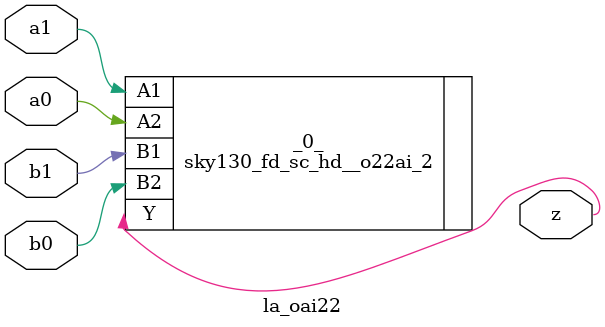
<source format=v>

/* Generated by Yosys 0.44 (git sha1 80ba43d26, g++ 11.4.0-1ubuntu1~22.04 -fPIC -O3) */

(* top =  1  *)
(* src = "inputs/la_oai22.v:10.1-22.10" *)
module la_oai22 (
    a0,
    a1,
    b0,
    b1,
    z
);
  (* src = "inputs/la_oai22.v:13.12-13.14" *)
  input a0;
  wire a0;
  (* src = "inputs/la_oai22.v:14.12-14.14" *)
  input a1;
  wire a1;
  (* src = "inputs/la_oai22.v:15.12-15.14" *)
  input b0;
  wire b0;
  (* src = "inputs/la_oai22.v:16.12-16.14" *)
  input b1;
  wire b1;
  (* src = "inputs/la_oai22.v:17.12-17.13" *)
  output z;
  wire z;
  sky130_fd_sc_hd__o22ai_2 _0_ (
      .A1(a1),
      .A2(a0),
      .B1(b1),
      .B2(b0),
      .Y (z)
  );
endmodule

</source>
